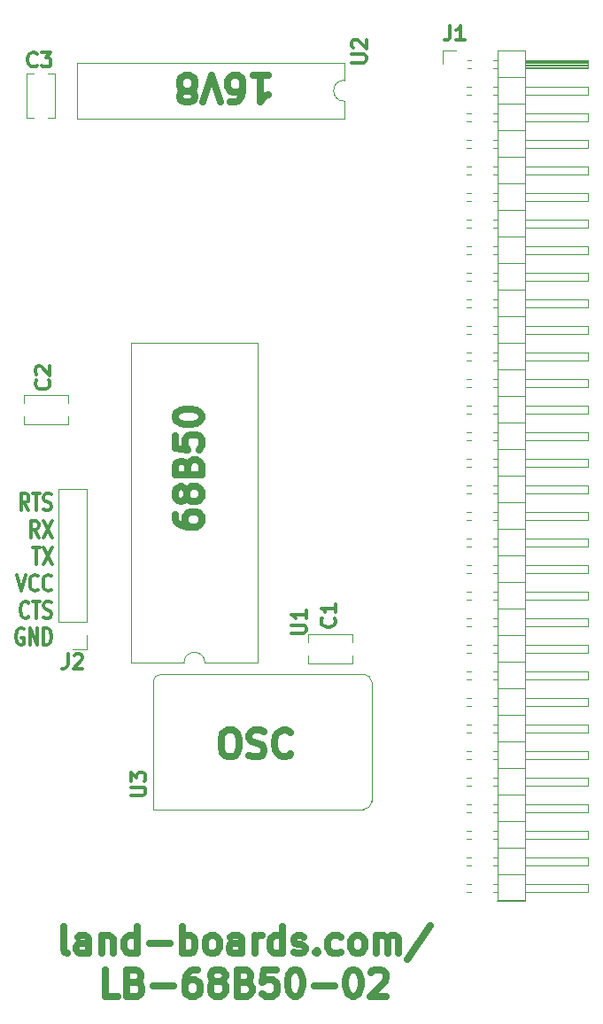
<source format=gto>
G04 #@! TF.GenerationSoftware,KiCad,Pcbnew,(7.0.0)*
G04 #@! TF.CreationDate,2024-08-24T19:47:55-04:00*
G04 #@! TF.ProjectId,LB-68B50-02,4c422d36-3842-4353-902d-30322e6b6963,1*
G04 #@! TF.SameCoordinates,Original*
G04 #@! TF.FileFunction,Legend,Top*
G04 #@! TF.FilePolarity,Positive*
%FSLAX46Y46*%
G04 Gerber Fmt 4.6, Leading zero omitted, Abs format (unit mm)*
G04 Created by KiCad (PCBNEW (7.0.0)) date 2024-08-24 19:47:55*
%MOMM*%
%LPD*%
G01*
G04 APERTURE LIST*
%ADD10C,0.635000*%
%ADD11C,0.300000*%
%ADD12C,0.349250*%
%ADD13C,0.120000*%
%ADD14C,0.150000*%
G04 APERTURE END LIST*
D10*
X155545971Y-118255747D02*
X156029780Y-118255747D01*
X156029780Y-118255747D02*
X156271685Y-118376700D01*
X156271685Y-118376700D02*
X156513590Y-118618604D01*
X156513590Y-118618604D02*
X156634542Y-119102414D01*
X156634542Y-119102414D02*
X156634542Y-119949080D01*
X156634542Y-119949080D02*
X156513590Y-120432890D01*
X156513590Y-120432890D02*
X156271685Y-120674795D01*
X156271685Y-120674795D02*
X156029780Y-120795747D01*
X156029780Y-120795747D02*
X155545971Y-120795747D01*
X155545971Y-120795747D02*
X155304066Y-120674795D01*
X155304066Y-120674795D02*
X155062161Y-120432890D01*
X155062161Y-120432890D02*
X154941209Y-119949080D01*
X154941209Y-119949080D02*
X154941209Y-119102414D01*
X154941209Y-119102414D02*
X155062161Y-118618604D01*
X155062161Y-118618604D02*
X155304066Y-118376700D01*
X155304066Y-118376700D02*
X155545971Y-118255747D01*
X157602161Y-120674795D02*
X157965018Y-120795747D01*
X157965018Y-120795747D02*
X158569780Y-120795747D01*
X158569780Y-120795747D02*
X158811685Y-120674795D01*
X158811685Y-120674795D02*
X158932637Y-120553842D01*
X158932637Y-120553842D02*
X159053590Y-120311938D01*
X159053590Y-120311938D02*
X159053590Y-120070033D01*
X159053590Y-120070033D02*
X158932637Y-119828128D01*
X158932637Y-119828128D02*
X158811685Y-119707176D01*
X158811685Y-119707176D02*
X158569780Y-119586223D01*
X158569780Y-119586223D02*
X158085971Y-119465271D01*
X158085971Y-119465271D02*
X157844066Y-119344319D01*
X157844066Y-119344319D02*
X157723113Y-119223366D01*
X157723113Y-119223366D02*
X157602161Y-118981461D01*
X157602161Y-118981461D02*
X157602161Y-118739557D01*
X157602161Y-118739557D02*
X157723113Y-118497652D01*
X157723113Y-118497652D02*
X157844066Y-118376700D01*
X157844066Y-118376700D02*
X158085971Y-118255747D01*
X158085971Y-118255747D02*
X158690732Y-118255747D01*
X158690732Y-118255747D02*
X159053590Y-118376700D01*
X161593590Y-120553842D02*
X161472638Y-120674795D01*
X161472638Y-120674795D02*
X161109780Y-120795747D01*
X161109780Y-120795747D02*
X160867876Y-120795747D01*
X160867876Y-120795747D02*
X160505019Y-120674795D01*
X160505019Y-120674795D02*
X160263114Y-120432890D01*
X160263114Y-120432890D02*
X160142161Y-120190985D01*
X160142161Y-120190985D02*
X160021209Y-119707176D01*
X160021209Y-119707176D02*
X160021209Y-119344319D01*
X160021209Y-119344319D02*
X160142161Y-118860509D01*
X160142161Y-118860509D02*
X160263114Y-118618604D01*
X160263114Y-118618604D02*
X160505019Y-118376700D01*
X160505019Y-118376700D02*
X160867876Y-118255747D01*
X160867876Y-118255747D02*
X161109780Y-118255747D01*
X161109780Y-118255747D02*
X161472638Y-118376700D01*
X161472638Y-118376700D02*
X161593590Y-118497652D01*
X150539147Y-97632762D02*
X150539147Y-98116572D01*
X150539147Y-98116572D02*
X150660100Y-98358476D01*
X150660100Y-98358476D02*
X150781052Y-98479429D01*
X150781052Y-98479429D02*
X151143909Y-98721334D01*
X151143909Y-98721334D02*
X151627719Y-98842286D01*
X151627719Y-98842286D02*
X152595338Y-98842286D01*
X152595338Y-98842286D02*
X152837242Y-98721334D01*
X152837242Y-98721334D02*
X152958195Y-98600381D01*
X152958195Y-98600381D02*
X153079147Y-98358476D01*
X153079147Y-98358476D02*
X153079147Y-97874667D01*
X153079147Y-97874667D02*
X152958195Y-97632762D01*
X152958195Y-97632762D02*
X152837242Y-97511810D01*
X152837242Y-97511810D02*
X152595338Y-97390857D01*
X152595338Y-97390857D02*
X151990576Y-97390857D01*
X151990576Y-97390857D02*
X151748671Y-97511810D01*
X151748671Y-97511810D02*
X151627719Y-97632762D01*
X151627719Y-97632762D02*
X151506766Y-97874667D01*
X151506766Y-97874667D02*
X151506766Y-98358476D01*
X151506766Y-98358476D02*
X151627719Y-98600381D01*
X151627719Y-98600381D02*
X151748671Y-98721334D01*
X151748671Y-98721334D02*
X151990576Y-98842286D01*
X151627719Y-95939428D02*
X151506766Y-96181333D01*
X151506766Y-96181333D02*
X151385814Y-96302286D01*
X151385814Y-96302286D02*
X151143909Y-96423238D01*
X151143909Y-96423238D02*
X151022957Y-96423238D01*
X151022957Y-96423238D02*
X150781052Y-96302286D01*
X150781052Y-96302286D02*
X150660100Y-96181333D01*
X150660100Y-96181333D02*
X150539147Y-95939428D01*
X150539147Y-95939428D02*
X150539147Y-95455619D01*
X150539147Y-95455619D02*
X150660100Y-95213714D01*
X150660100Y-95213714D02*
X150781052Y-95092762D01*
X150781052Y-95092762D02*
X151022957Y-94971809D01*
X151022957Y-94971809D02*
X151143909Y-94971809D01*
X151143909Y-94971809D02*
X151385814Y-95092762D01*
X151385814Y-95092762D02*
X151506766Y-95213714D01*
X151506766Y-95213714D02*
X151627719Y-95455619D01*
X151627719Y-95455619D02*
X151627719Y-95939428D01*
X151627719Y-95939428D02*
X151748671Y-96181333D01*
X151748671Y-96181333D02*
X151869623Y-96302286D01*
X151869623Y-96302286D02*
X152111528Y-96423238D01*
X152111528Y-96423238D02*
X152595338Y-96423238D01*
X152595338Y-96423238D02*
X152837242Y-96302286D01*
X152837242Y-96302286D02*
X152958195Y-96181333D01*
X152958195Y-96181333D02*
X153079147Y-95939428D01*
X153079147Y-95939428D02*
X153079147Y-95455619D01*
X153079147Y-95455619D02*
X152958195Y-95213714D01*
X152958195Y-95213714D02*
X152837242Y-95092762D01*
X152837242Y-95092762D02*
X152595338Y-94971809D01*
X152595338Y-94971809D02*
X152111528Y-94971809D01*
X152111528Y-94971809D02*
X151869623Y-95092762D01*
X151869623Y-95092762D02*
X151748671Y-95213714D01*
X151748671Y-95213714D02*
X151627719Y-95455619D01*
X151748671Y-93036571D02*
X151869623Y-92673714D01*
X151869623Y-92673714D02*
X151990576Y-92552761D01*
X151990576Y-92552761D02*
X152232480Y-92431809D01*
X152232480Y-92431809D02*
X152595338Y-92431809D01*
X152595338Y-92431809D02*
X152837242Y-92552761D01*
X152837242Y-92552761D02*
X152958195Y-92673714D01*
X152958195Y-92673714D02*
X153079147Y-92915619D01*
X153079147Y-92915619D02*
X153079147Y-93883238D01*
X153079147Y-93883238D02*
X150539147Y-93883238D01*
X150539147Y-93883238D02*
X150539147Y-93036571D01*
X150539147Y-93036571D02*
X150660100Y-92794666D01*
X150660100Y-92794666D02*
X150781052Y-92673714D01*
X150781052Y-92673714D02*
X151022957Y-92552761D01*
X151022957Y-92552761D02*
X151264861Y-92552761D01*
X151264861Y-92552761D02*
X151506766Y-92673714D01*
X151506766Y-92673714D02*
X151627719Y-92794666D01*
X151627719Y-92794666D02*
X151748671Y-93036571D01*
X151748671Y-93036571D02*
X151748671Y-93883238D01*
X150539147Y-90133714D02*
X150539147Y-91343238D01*
X150539147Y-91343238D02*
X151748671Y-91464190D01*
X151748671Y-91464190D02*
X151627719Y-91343238D01*
X151627719Y-91343238D02*
X151506766Y-91101333D01*
X151506766Y-91101333D02*
X151506766Y-90496571D01*
X151506766Y-90496571D02*
X151627719Y-90254666D01*
X151627719Y-90254666D02*
X151748671Y-90133714D01*
X151748671Y-90133714D02*
X151990576Y-90012761D01*
X151990576Y-90012761D02*
X152595338Y-90012761D01*
X152595338Y-90012761D02*
X152837242Y-90133714D01*
X152837242Y-90133714D02*
X152958195Y-90254666D01*
X152958195Y-90254666D02*
X153079147Y-90496571D01*
X153079147Y-90496571D02*
X153079147Y-91101333D01*
X153079147Y-91101333D02*
X152958195Y-91343238D01*
X152958195Y-91343238D02*
X152837242Y-91464190D01*
X150539147Y-88440380D02*
X150539147Y-88198475D01*
X150539147Y-88198475D02*
X150660100Y-87956571D01*
X150660100Y-87956571D02*
X150781052Y-87835618D01*
X150781052Y-87835618D02*
X151022957Y-87714666D01*
X151022957Y-87714666D02*
X151506766Y-87593713D01*
X151506766Y-87593713D02*
X152111528Y-87593713D01*
X152111528Y-87593713D02*
X152595338Y-87714666D01*
X152595338Y-87714666D02*
X152837242Y-87835618D01*
X152837242Y-87835618D02*
X152958195Y-87956571D01*
X152958195Y-87956571D02*
X153079147Y-88198475D01*
X153079147Y-88198475D02*
X153079147Y-88440380D01*
X153079147Y-88440380D02*
X152958195Y-88682285D01*
X152958195Y-88682285D02*
X152837242Y-88803237D01*
X152837242Y-88803237D02*
X152595338Y-88924190D01*
X152595338Y-88924190D02*
X152111528Y-89045142D01*
X152111528Y-89045142D02*
X151506766Y-89045142D01*
X151506766Y-89045142D02*
X151022957Y-88924190D01*
X151022957Y-88924190D02*
X150781052Y-88803237D01*
X150781052Y-88803237D02*
X150660100Y-88682285D01*
X150660100Y-88682285D02*
X150539147Y-88440380D01*
X140232192Y-139591747D02*
X139990287Y-139470795D01*
X139990287Y-139470795D02*
X139869334Y-139228890D01*
X139869334Y-139228890D02*
X139869334Y-137051747D01*
X142288382Y-139591747D02*
X142288382Y-138261271D01*
X142288382Y-138261271D02*
X142167429Y-138019366D01*
X142167429Y-138019366D02*
X141925525Y-137898414D01*
X141925525Y-137898414D02*
X141441715Y-137898414D01*
X141441715Y-137898414D02*
X141199810Y-138019366D01*
X142288382Y-139470795D02*
X142046477Y-139591747D01*
X142046477Y-139591747D02*
X141441715Y-139591747D01*
X141441715Y-139591747D02*
X141199810Y-139470795D01*
X141199810Y-139470795D02*
X141078858Y-139228890D01*
X141078858Y-139228890D02*
X141078858Y-138986985D01*
X141078858Y-138986985D02*
X141199810Y-138745080D01*
X141199810Y-138745080D02*
X141441715Y-138624128D01*
X141441715Y-138624128D02*
X142046477Y-138624128D01*
X142046477Y-138624128D02*
X142288382Y-138503176D01*
X143497905Y-137898414D02*
X143497905Y-139591747D01*
X143497905Y-138140319D02*
X143618858Y-138019366D01*
X143618858Y-138019366D02*
X143860763Y-137898414D01*
X143860763Y-137898414D02*
X144223620Y-137898414D01*
X144223620Y-137898414D02*
X144465524Y-138019366D01*
X144465524Y-138019366D02*
X144586477Y-138261271D01*
X144586477Y-138261271D02*
X144586477Y-139591747D01*
X146884572Y-139591747D02*
X146884572Y-137051747D01*
X146884572Y-139470795D02*
X146642667Y-139591747D01*
X146642667Y-139591747D02*
X146158858Y-139591747D01*
X146158858Y-139591747D02*
X145916953Y-139470795D01*
X145916953Y-139470795D02*
X145796000Y-139349842D01*
X145796000Y-139349842D02*
X145675048Y-139107938D01*
X145675048Y-139107938D02*
X145675048Y-138382223D01*
X145675048Y-138382223D02*
X145796000Y-138140319D01*
X145796000Y-138140319D02*
X145916953Y-138019366D01*
X145916953Y-138019366D02*
X146158858Y-137898414D01*
X146158858Y-137898414D02*
X146642667Y-137898414D01*
X146642667Y-137898414D02*
X146884572Y-138019366D01*
X148094095Y-138624128D02*
X150029334Y-138624128D01*
X151238857Y-139591747D02*
X151238857Y-137051747D01*
X151238857Y-138019366D02*
X151480762Y-137898414D01*
X151480762Y-137898414D02*
X151964572Y-137898414D01*
X151964572Y-137898414D02*
X152206476Y-138019366D01*
X152206476Y-138019366D02*
X152327429Y-138140319D01*
X152327429Y-138140319D02*
X152448381Y-138382223D01*
X152448381Y-138382223D02*
X152448381Y-139107938D01*
X152448381Y-139107938D02*
X152327429Y-139349842D01*
X152327429Y-139349842D02*
X152206476Y-139470795D01*
X152206476Y-139470795D02*
X151964572Y-139591747D01*
X151964572Y-139591747D02*
X151480762Y-139591747D01*
X151480762Y-139591747D02*
X151238857Y-139470795D01*
X153899810Y-139591747D02*
X153657905Y-139470795D01*
X153657905Y-139470795D02*
X153536952Y-139349842D01*
X153536952Y-139349842D02*
X153416000Y-139107938D01*
X153416000Y-139107938D02*
X153416000Y-138382223D01*
X153416000Y-138382223D02*
X153536952Y-138140319D01*
X153536952Y-138140319D02*
X153657905Y-138019366D01*
X153657905Y-138019366D02*
X153899810Y-137898414D01*
X153899810Y-137898414D02*
X154262667Y-137898414D01*
X154262667Y-137898414D02*
X154504571Y-138019366D01*
X154504571Y-138019366D02*
X154625524Y-138140319D01*
X154625524Y-138140319D02*
X154746476Y-138382223D01*
X154746476Y-138382223D02*
X154746476Y-139107938D01*
X154746476Y-139107938D02*
X154625524Y-139349842D01*
X154625524Y-139349842D02*
X154504571Y-139470795D01*
X154504571Y-139470795D02*
X154262667Y-139591747D01*
X154262667Y-139591747D02*
X153899810Y-139591747D01*
X156923619Y-139591747D02*
X156923619Y-138261271D01*
X156923619Y-138261271D02*
X156802666Y-138019366D01*
X156802666Y-138019366D02*
X156560762Y-137898414D01*
X156560762Y-137898414D02*
X156076952Y-137898414D01*
X156076952Y-137898414D02*
X155835047Y-138019366D01*
X156923619Y-139470795D02*
X156681714Y-139591747D01*
X156681714Y-139591747D02*
X156076952Y-139591747D01*
X156076952Y-139591747D02*
X155835047Y-139470795D01*
X155835047Y-139470795D02*
X155714095Y-139228890D01*
X155714095Y-139228890D02*
X155714095Y-138986985D01*
X155714095Y-138986985D02*
X155835047Y-138745080D01*
X155835047Y-138745080D02*
X156076952Y-138624128D01*
X156076952Y-138624128D02*
X156681714Y-138624128D01*
X156681714Y-138624128D02*
X156923619Y-138503176D01*
X158133142Y-139591747D02*
X158133142Y-137898414D01*
X158133142Y-138382223D02*
X158254095Y-138140319D01*
X158254095Y-138140319D02*
X158375047Y-138019366D01*
X158375047Y-138019366D02*
X158616952Y-137898414D01*
X158616952Y-137898414D02*
X158858857Y-137898414D01*
X160794095Y-139591747D02*
X160794095Y-137051747D01*
X160794095Y-139470795D02*
X160552190Y-139591747D01*
X160552190Y-139591747D02*
X160068381Y-139591747D01*
X160068381Y-139591747D02*
X159826476Y-139470795D01*
X159826476Y-139470795D02*
X159705523Y-139349842D01*
X159705523Y-139349842D02*
X159584571Y-139107938D01*
X159584571Y-139107938D02*
X159584571Y-138382223D01*
X159584571Y-138382223D02*
X159705523Y-138140319D01*
X159705523Y-138140319D02*
X159826476Y-138019366D01*
X159826476Y-138019366D02*
X160068381Y-137898414D01*
X160068381Y-137898414D02*
X160552190Y-137898414D01*
X160552190Y-137898414D02*
X160794095Y-138019366D01*
X161882666Y-139470795D02*
X162124571Y-139591747D01*
X162124571Y-139591747D02*
X162608380Y-139591747D01*
X162608380Y-139591747D02*
X162850285Y-139470795D01*
X162850285Y-139470795D02*
X162971237Y-139228890D01*
X162971237Y-139228890D02*
X162971237Y-139107938D01*
X162971237Y-139107938D02*
X162850285Y-138866033D01*
X162850285Y-138866033D02*
X162608380Y-138745080D01*
X162608380Y-138745080D02*
X162245523Y-138745080D01*
X162245523Y-138745080D02*
X162003618Y-138624128D01*
X162003618Y-138624128D02*
X161882666Y-138382223D01*
X161882666Y-138382223D02*
X161882666Y-138261271D01*
X161882666Y-138261271D02*
X162003618Y-138019366D01*
X162003618Y-138019366D02*
X162245523Y-137898414D01*
X162245523Y-137898414D02*
X162608380Y-137898414D01*
X162608380Y-137898414D02*
X162850285Y-138019366D01*
X164059808Y-139349842D02*
X164180761Y-139470795D01*
X164180761Y-139470795D02*
X164059808Y-139591747D01*
X164059808Y-139591747D02*
X163938856Y-139470795D01*
X163938856Y-139470795D02*
X164059808Y-139349842D01*
X164059808Y-139349842D02*
X164059808Y-139591747D01*
X166357904Y-139470795D02*
X166115999Y-139591747D01*
X166115999Y-139591747D02*
X165632190Y-139591747D01*
X165632190Y-139591747D02*
X165390285Y-139470795D01*
X165390285Y-139470795D02*
X165269332Y-139349842D01*
X165269332Y-139349842D02*
X165148380Y-139107938D01*
X165148380Y-139107938D02*
X165148380Y-138382223D01*
X165148380Y-138382223D02*
X165269332Y-138140319D01*
X165269332Y-138140319D02*
X165390285Y-138019366D01*
X165390285Y-138019366D02*
X165632190Y-137898414D01*
X165632190Y-137898414D02*
X166115999Y-137898414D01*
X166115999Y-137898414D02*
X166357904Y-138019366D01*
X167809333Y-139591747D02*
X167567428Y-139470795D01*
X167567428Y-139470795D02*
X167446475Y-139349842D01*
X167446475Y-139349842D02*
X167325523Y-139107938D01*
X167325523Y-139107938D02*
X167325523Y-138382223D01*
X167325523Y-138382223D02*
X167446475Y-138140319D01*
X167446475Y-138140319D02*
X167567428Y-138019366D01*
X167567428Y-138019366D02*
X167809333Y-137898414D01*
X167809333Y-137898414D02*
X168172190Y-137898414D01*
X168172190Y-137898414D02*
X168414094Y-138019366D01*
X168414094Y-138019366D02*
X168535047Y-138140319D01*
X168535047Y-138140319D02*
X168655999Y-138382223D01*
X168655999Y-138382223D02*
X168655999Y-139107938D01*
X168655999Y-139107938D02*
X168535047Y-139349842D01*
X168535047Y-139349842D02*
X168414094Y-139470795D01*
X168414094Y-139470795D02*
X168172190Y-139591747D01*
X168172190Y-139591747D02*
X167809333Y-139591747D01*
X169744570Y-139591747D02*
X169744570Y-137898414D01*
X169744570Y-138140319D02*
X169865523Y-138019366D01*
X169865523Y-138019366D02*
X170107428Y-137898414D01*
X170107428Y-137898414D02*
X170470285Y-137898414D01*
X170470285Y-137898414D02*
X170712189Y-138019366D01*
X170712189Y-138019366D02*
X170833142Y-138261271D01*
X170833142Y-138261271D02*
X170833142Y-139591747D01*
X170833142Y-138261271D02*
X170954094Y-138019366D01*
X170954094Y-138019366D02*
X171195999Y-137898414D01*
X171195999Y-137898414D02*
X171558856Y-137898414D01*
X171558856Y-137898414D02*
X171800761Y-138019366D01*
X171800761Y-138019366D02*
X171921713Y-138261271D01*
X171921713Y-138261271D02*
X171921713Y-139591747D01*
X174945523Y-136930795D02*
X172768380Y-140196509D01*
X145070284Y-143706547D02*
X143860760Y-143706547D01*
X143860760Y-143706547D02*
X143860760Y-141166547D01*
X146763617Y-142376071D02*
X147126474Y-142497023D01*
X147126474Y-142497023D02*
X147247427Y-142617976D01*
X147247427Y-142617976D02*
X147368379Y-142859880D01*
X147368379Y-142859880D02*
X147368379Y-143222738D01*
X147368379Y-143222738D02*
X147247427Y-143464642D01*
X147247427Y-143464642D02*
X147126474Y-143585595D01*
X147126474Y-143585595D02*
X146884569Y-143706547D01*
X146884569Y-143706547D02*
X145916950Y-143706547D01*
X145916950Y-143706547D02*
X145916950Y-141166547D01*
X145916950Y-141166547D02*
X146763617Y-141166547D01*
X146763617Y-141166547D02*
X147005522Y-141287500D01*
X147005522Y-141287500D02*
X147126474Y-141408452D01*
X147126474Y-141408452D02*
X147247427Y-141650357D01*
X147247427Y-141650357D02*
X147247427Y-141892261D01*
X147247427Y-141892261D02*
X147126474Y-142134166D01*
X147126474Y-142134166D02*
X147005522Y-142255119D01*
X147005522Y-142255119D02*
X146763617Y-142376071D01*
X146763617Y-142376071D02*
X145916950Y-142376071D01*
X148456950Y-142738928D02*
X150392189Y-142738928D01*
X152690284Y-141166547D02*
X152206474Y-141166547D01*
X152206474Y-141166547D02*
X151964570Y-141287500D01*
X151964570Y-141287500D02*
X151843617Y-141408452D01*
X151843617Y-141408452D02*
X151601712Y-141771309D01*
X151601712Y-141771309D02*
X151480760Y-142255119D01*
X151480760Y-142255119D02*
X151480760Y-143222738D01*
X151480760Y-143222738D02*
X151601712Y-143464642D01*
X151601712Y-143464642D02*
X151722665Y-143585595D01*
X151722665Y-143585595D02*
X151964570Y-143706547D01*
X151964570Y-143706547D02*
X152448379Y-143706547D01*
X152448379Y-143706547D02*
X152690284Y-143585595D01*
X152690284Y-143585595D02*
X152811236Y-143464642D01*
X152811236Y-143464642D02*
X152932189Y-143222738D01*
X152932189Y-143222738D02*
X152932189Y-142617976D01*
X152932189Y-142617976D02*
X152811236Y-142376071D01*
X152811236Y-142376071D02*
X152690284Y-142255119D01*
X152690284Y-142255119D02*
X152448379Y-142134166D01*
X152448379Y-142134166D02*
X151964570Y-142134166D01*
X151964570Y-142134166D02*
X151722665Y-142255119D01*
X151722665Y-142255119D02*
X151601712Y-142376071D01*
X151601712Y-142376071D02*
X151480760Y-142617976D01*
X154383618Y-142255119D02*
X154141713Y-142134166D01*
X154141713Y-142134166D02*
X154020760Y-142013214D01*
X154020760Y-142013214D02*
X153899808Y-141771309D01*
X153899808Y-141771309D02*
X153899808Y-141650357D01*
X153899808Y-141650357D02*
X154020760Y-141408452D01*
X154020760Y-141408452D02*
X154141713Y-141287500D01*
X154141713Y-141287500D02*
X154383618Y-141166547D01*
X154383618Y-141166547D02*
X154867427Y-141166547D01*
X154867427Y-141166547D02*
X155109332Y-141287500D01*
X155109332Y-141287500D02*
X155230284Y-141408452D01*
X155230284Y-141408452D02*
X155351237Y-141650357D01*
X155351237Y-141650357D02*
X155351237Y-141771309D01*
X155351237Y-141771309D02*
X155230284Y-142013214D01*
X155230284Y-142013214D02*
X155109332Y-142134166D01*
X155109332Y-142134166D02*
X154867427Y-142255119D01*
X154867427Y-142255119D02*
X154383618Y-142255119D01*
X154383618Y-142255119D02*
X154141713Y-142376071D01*
X154141713Y-142376071D02*
X154020760Y-142497023D01*
X154020760Y-142497023D02*
X153899808Y-142738928D01*
X153899808Y-142738928D02*
X153899808Y-143222738D01*
X153899808Y-143222738D02*
X154020760Y-143464642D01*
X154020760Y-143464642D02*
X154141713Y-143585595D01*
X154141713Y-143585595D02*
X154383618Y-143706547D01*
X154383618Y-143706547D02*
X154867427Y-143706547D01*
X154867427Y-143706547D02*
X155109332Y-143585595D01*
X155109332Y-143585595D02*
X155230284Y-143464642D01*
X155230284Y-143464642D02*
X155351237Y-143222738D01*
X155351237Y-143222738D02*
X155351237Y-142738928D01*
X155351237Y-142738928D02*
X155230284Y-142497023D01*
X155230284Y-142497023D02*
X155109332Y-142376071D01*
X155109332Y-142376071D02*
X154867427Y-142255119D01*
X157286475Y-142376071D02*
X157649332Y-142497023D01*
X157649332Y-142497023D02*
X157770285Y-142617976D01*
X157770285Y-142617976D02*
X157891237Y-142859880D01*
X157891237Y-142859880D02*
X157891237Y-143222738D01*
X157891237Y-143222738D02*
X157770285Y-143464642D01*
X157770285Y-143464642D02*
X157649332Y-143585595D01*
X157649332Y-143585595D02*
X157407427Y-143706547D01*
X157407427Y-143706547D02*
X156439808Y-143706547D01*
X156439808Y-143706547D02*
X156439808Y-141166547D01*
X156439808Y-141166547D02*
X157286475Y-141166547D01*
X157286475Y-141166547D02*
X157528380Y-141287500D01*
X157528380Y-141287500D02*
X157649332Y-141408452D01*
X157649332Y-141408452D02*
X157770285Y-141650357D01*
X157770285Y-141650357D02*
X157770285Y-141892261D01*
X157770285Y-141892261D02*
X157649332Y-142134166D01*
X157649332Y-142134166D02*
X157528380Y-142255119D01*
X157528380Y-142255119D02*
X157286475Y-142376071D01*
X157286475Y-142376071D02*
X156439808Y-142376071D01*
X160189332Y-141166547D02*
X158979808Y-141166547D01*
X158979808Y-141166547D02*
X158858856Y-142376071D01*
X158858856Y-142376071D02*
X158979808Y-142255119D01*
X158979808Y-142255119D02*
X159221713Y-142134166D01*
X159221713Y-142134166D02*
X159826475Y-142134166D01*
X159826475Y-142134166D02*
X160068380Y-142255119D01*
X160068380Y-142255119D02*
X160189332Y-142376071D01*
X160189332Y-142376071D02*
X160310285Y-142617976D01*
X160310285Y-142617976D02*
X160310285Y-143222738D01*
X160310285Y-143222738D02*
X160189332Y-143464642D01*
X160189332Y-143464642D02*
X160068380Y-143585595D01*
X160068380Y-143585595D02*
X159826475Y-143706547D01*
X159826475Y-143706547D02*
X159221713Y-143706547D01*
X159221713Y-143706547D02*
X158979808Y-143585595D01*
X158979808Y-143585595D02*
X158858856Y-143464642D01*
X161882666Y-141166547D02*
X162124571Y-141166547D01*
X162124571Y-141166547D02*
X162366475Y-141287500D01*
X162366475Y-141287500D02*
X162487428Y-141408452D01*
X162487428Y-141408452D02*
X162608380Y-141650357D01*
X162608380Y-141650357D02*
X162729333Y-142134166D01*
X162729333Y-142134166D02*
X162729333Y-142738928D01*
X162729333Y-142738928D02*
X162608380Y-143222738D01*
X162608380Y-143222738D02*
X162487428Y-143464642D01*
X162487428Y-143464642D02*
X162366475Y-143585595D01*
X162366475Y-143585595D02*
X162124571Y-143706547D01*
X162124571Y-143706547D02*
X161882666Y-143706547D01*
X161882666Y-143706547D02*
X161640761Y-143585595D01*
X161640761Y-143585595D02*
X161519809Y-143464642D01*
X161519809Y-143464642D02*
X161398856Y-143222738D01*
X161398856Y-143222738D02*
X161277904Y-142738928D01*
X161277904Y-142738928D02*
X161277904Y-142134166D01*
X161277904Y-142134166D02*
X161398856Y-141650357D01*
X161398856Y-141650357D02*
X161519809Y-141408452D01*
X161519809Y-141408452D02*
X161640761Y-141287500D01*
X161640761Y-141287500D02*
X161882666Y-141166547D01*
X163817904Y-142738928D02*
X165753143Y-142738928D01*
X167446476Y-141166547D02*
X167688381Y-141166547D01*
X167688381Y-141166547D02*
X167930285Y-141287500D01*
X167930285Y-141287500D02*
X168051238Y-141408452D01*
X168051238Y-141408452D02*
X168172190Y-141650357D01*
X168172190Y-141650357D02*
X168293143Y-142134166D01*
X168293143Y-142134166D02*
X168293143Y-142738928D01*
X168293143Y-142738928D02*
X168172190Y-143222738D01*
X168172190Y-143222738D02*
X168051238Y-143464642D01*
X168051238Y-143464642D02*
X167930285Y-143585595D01*
X167930285Y-143585595D02*
X167688381Y-143706547D01*
X167688381Y-143706547D02*
X167446476Y-143706547D01*
X167446476Y-143706547D02*
X167204571Y-143585595D01*
X167204571Y-143585595D02*
X167083619Y-143464642D01*
X167083619Y-143464642D02*
X166962666Y-143222738D01*
X166962666Y-143222738D02*
X166841714Y-142738928D01*
X166841714Y-142738928D02*
X166841714Y-142134166D01*
X166841714Y-142134166D02*
X166962666Y-141650357D01*
X166962666Y-141650357D02*
X167083619Y-141408452D01*
X167083619Y-141408452D02*
X167204571Y-141287500D01*
X167204571Y-141287500D02*
X167446476Y-141166547D01*
X169260762Y-141408452D02*
X169381714Y-141287500D01*
X169381714Y-141287500D02*
X169623619Y-141166547D01*
X169623619Y-141166547D02*
X170228381Y-141166547D01*
X170228381Y-141166547D02*
X170470286Y-141287500D01*
X170470286Y-141287500D02*
X170591238Y-141408452D01*
X170591238Y-141408452D02*
X170712191Y-141650357D01*
X170712191Y-141650357D02*
X170712191Y-141892261D01*
X170712191Y-141892261D02*
X170591238Y-142255119D01*
X170591238Y-142255119D02*
X169139810Y-143706547D01*
X169139810Y-143706547D02*
X170712191Y-143706547D01*
D11*
X136518952Y-97269904D02*
X136095618Y-96513952D01*
X135793237Y-97269904D02*
X135793237Y-95682404D01*
X135793237Y-95682404D02*
X136277047Y-95682404D01*
X136277047Y-95682404D02*
X136397999Y-95758000D01*
X136397999Y-95758000D02*
X136458476Y-95833595D01*
X136458476Y-95833595D02*
X136518952Y-95984785D01*
X136518952Y-95984785D02*
X136518952Y-96211571D01*
X136518952Y-96211571D02*
X136458476Y-96362761D01*
X136458476Y-96362761D02*
X136397999Y-96438357D01*
X136397999Y-96438357D02*
X136277047Y-96513952D01*
X136277047Y-96513952D02*
X135793237Y-96513952D01*
X136881809Y-95682404D02*
X137607523Y-95682404D01*
X137244666Y-97269904D02*
X137244666Y-95682404D01*
X137970380Y-97194309D02*
X138151809Y-97269904D01*
X138151809Y-97269904D02*
X138454190Y-97269904D01*
X138454190Y-97269904D02*
X138575142Y-97194309D01*
X138575142Y-97194309D02*
X138635618Y-97118714D01*
X138635618Y-97118714D02*
X138696095Y-96967523D01*
X138696095Y-96967523D02*
X138696095Y-96816333D01*
X138696095Y-96816333D02*
X138635618Y-96665142D01*
X138635618Y-96665142D02*
X138575142Y-96589547D01*
X138575142Y-96589547D02*
X138454190Y-96513952D01*
X138454190Y-96513952D02*
X138212285Y-96438357D01*
X138212285Y-96438357D02*
X138091333Y-96362761D01*
X138091333Y-96362761D02*
X138030856Y-96287166D01*
X138030856Y-96287166D02*
X137970380Y-96135976D01*
X137970380Y-96135976D02*
X137970380Y-95984785D01*
X137970380Y-95984785D02*
X138030856Y-95833595D01*
X138030856Y-95833595D02*
X138091333Y-95758000D01*
X138091333Y-95758000D02*
X138212285Y-95682404D01*
X138212285Y-95682404D02*
X138514666Y-95682404D01*
X138514666Y-95682404D02*
X138696095Y-95758000D01*
X137486571Y-99841654D02*
X137063237Y-99085702D01*
X136760856Y-99841654D02*
X136760856Y-98254154D01*
X136760856Y-98254154D02*
X137244666Y-98254154D01*
X137244666Y-98254154D02*
X137365618Y-98329750D01*
X137365618Y-98329750D02*
X137426095Y-98405345D01*
X137426095Y-98405345D02*
X137486571Y-98556535D01*
X137486571Y-98556535D02*
X137486571Y-98783321D01*
X137486571Y-98783321D02*
X137426095Y-98934511D01*
X137426095Y-98934511D02*
X137365618Y-99010107D01*
X137365618Y-99010107D02*
X137244666Y-99085702D01*
X137244666Y-99085702D02*
X136760856Y-99085702D01*
X137909904Y-98254154D02*
X138756571Y-99841654D01*
X138756571Y-98254154D02*
X137909904Y-99841654D01*
X136881809Y-100825904D02*
X137607523Y-100825904D01*
X137244666Y-102413404D02*
X137244666Y-100825904D01*
X137909904Y-100825904D02*
X138756571Y-102413404D01*
X138756571Y-100825904D02*
X137909904Y-102413404D01*
X135430381Y-103397654D02*
X135853714Y-104985154D01*
X135853714Y-104985154D02*
X136277048Y-103397654D01*
X137426095Y-104833964D02*
X137365619Y-104909559D01*
X137365619Y-104909559D02*
X137184190Y-104985154D01*
X137184190Y-104985154D02*
X137063238Y-104985154D01*
X137063238Y-104985154D02*
X136881809Y-104909559D01*
X136881809Y-104909559D02*
X136760857Y-104758369D01*
X136760857Y-104758369D02*
X136700380Y-104607178D01*
X136700380Y-104607178D02*
X136639904Y-104304797D01*
X136639904Y-104304797D02*
X136639904Y-104078011D01*
X136639904Y-104078011D02*
X136700380Y-103775630D01*
X136700380Y-103775630D02*
X136760857Y-103624440D01*
X136760857Y-103624440D02*
X136881809Y-103473250D01*
X136881809Y-103473250D02*
X137063238Y-103397654D01*
X137063238Y-103397654D02*
X137184190Y-103397654D01*
X137184190Y-103397654D02*
X137365619Y-103473250D01*
X137365619Y-103473250D02*
X137426095Y-103548845D01*
X138696095Y-104833964D02*
X138635619Y-104909559D01*
X138635619Y-104909559D02*
X138454190Y-104985154D01*
X138454190Y-104985154D02*
X138333238Y-104985154D01*
X138333238Y-104985154D02*
X138151809Y-104909559D01*
X138151809Y-104909559D02*
X138030857Y-104758369D01*
X138030857Y-104758369D02*
X137970380Y-104607178D01*
X137970380Y-104607178D02*
X137909904Y-104304797D01*
X137909904Y-104304797D02*
X137909904Y-104078011D01*
X137909904Y-104078011D02*
X137970380Y-103775630D01*
X137970380Y-103775630D02*
X138030857Y-103624440D01*
X138030857Y-103624440D02*
X138151809Y-103473250D01*
X138151809Y-103473250D02*
X138333238Y-103397654D01*
X138333238Y-103397654D02*
X138454190Y-103397654D01*
X138454190Y-103397654D02*
X138635619Y-103473250D01*
X138635619Y-103473250D02*
X138696095Y-103548845D01*
X136518952Y-107405714D02*
X136458476Y-107481309D01*
X136458476Y-107481309D02*
X136277047Y-107556904D01*
X136277047Y-107556904D02*
X136156095Y-107556904D01*
X136156095Y-107556904D02*
X135974666Y-107481309D01*
X135974666Y-107481309D02*
X135853714Y-107330119D01*
X135853714Y-107330119D02*
X135793237Y-107178928D01*
X135793237Y-107178928D02*
X135732761Y-106876547D01*
X135732761Y-106876547D02*
X135732761Y-106649761D01*
X135732761Y-106649761D02*
X135793237Y-106347380D01*
X135793237Y-106347380D02*
X135853714Y-106196190D01*
X135853714Y-106196190D02*
X135974666Y-106045000D01*
X135974666Y-106045000D02*
X136156095Y-105969404D01*
X136156095Y-105969404D02*
X136277047Y-105969404D01*
X136277047Y-105969404D02*
X136458476Y-106045000D01*
X136458476Y-106045000D02*
X136518952Y-106120595D01*
X136881809Y-105969404D02*
X137607523Y-105969404D01*
X137244666Y-107556904D02*
X137244666Y-105969404D01*
X137970380Y-107481309D02*
X138151809Y-107556904D01*
X138151809Y-107556904D02*
X138454190Y-107556904D01*
X138454190Y-107556904D02*
X138575142Y-107481309D01*
X138575142Y-107481309D02*
X138635618Y-107405714D01*
X138635618Y-107405714D02*
X138696095Y-107254523D01*
X138696095Y-107254523D02*
X138696095Y-107103333D01*
X138696095Y-107103333D02*
X138635618Y-106952142D01*
X138635618Y-106952142D02*
X138575142Y-106876547D01*
X138575142Y-106876547D02*
X138454190Y-106800952D01*
X138454190Y-106800952D02*
X138212285Y-106725357D01*
X138212285Y-106725357D02*
X138091333Y-106649761D01*
X138091333Y-106649761D02*
X138030856Y-106574166D01*
X138030856Y-106574166D02*
X137970380Y-106422976D01*
X137970380Y-106422976D02*
X137970380Y-106271785D01*
X137970380Y-106271785D02*
X138030856Y-106120595D01*
X138030856Y-106120595D02*
X138091333Y-106045000D01*
X138091333Y-106045000D02*
X138212285Y-105969404D01*
X138212285Y-105969404D02*
X138514666Y-105969404D01*
X138514666Y-105969404D02*
X138696095Y-106045000D01*
X136035143Y-108616750D02*
X135914190Y-108541154D01*
X135914190Y-108541154D02*
X135732762Y-108541154D01*
X135732762Y-108541154D02*
X135551333Y-108616750D01*
X135551333Y-108616750D02*
X135430381Y-108767940D01*
X135430381Y-108767940D02*
X135369904Y-108919130D01*
X135369904Y-108919130D02*
X135309428Y-109221511D01*
X135309428Y-109221511D02*
X135309428Y-109448297D01*
X135309428Y-109448297D02*
X135369904Y-109750678D01*
X135369904Y-109750678D02*
X135430381Y-109901869D01*
X135430381Y-109901869D02*
X135551333Y-110053059D01*
X135551333Y-110053059D02*
X135732762Y-110128654D01*
X135732762Y-110128654D02*
X135853714Y-110128654D01*
X135853714Y-110128654D02*
X136035143Y-110053059D01*
X136035143Y-110053059D02*
X136095619Y-109977464D01*
X136095619Y-109977464D02*
X136095619Y-109448297D01*
X136095619Y-109448297D02*
X135853714Y-109448297D01*
X136639904Y-110128654D02*
X136639904Y-108541154D01*
X136639904Y-108541154D02*
X137365619Y-110128654D01*
X137365619Y-110128654D02*
X137365619Y-108541154D01*
X137970380Y-110128654D02*
X137970380Y-108541154D01*
X137970380Y-108541154D02*
X138272761Y-108541154D01*
X138272761Y-108541154D02*
X138454190Y-108616750D01*
X138454190Y-108616750D02*
X138575142Y-108767940D01*
X138575142Y-108767940D02*
X138635619Y-108919130D01*
X138635619Y-108919130D02*
X138696095Y-109221511D01*
X138696095Y-109221511D02*
X138696095Y-109448297D01*
X138696095Y-109448297D02*
X138635619Y-109750678D01*
X138635619Y-109750678D02*
X138575142Y-109901869D01*
X138575142Y-109901869D02*
X138454190Y-110053059D01*
X138454190Y-110053059D02*
X138272761Y-110128654D01*
X138272761Y-110128654D02*
X137970380Y-110128654D01*
D10*
X157975904Y-55708852D02*
X159427333Y-55708852D01*
X158701619Y-55708852D02*
X158701619Y-58248852D01*
X158701619Y-58248852D02*
X158943523Y-57885995D01*
X158943523Y-57885995D02*
X159185428Y-57644090D01*
X159185428Y-57644090D02*
X159427333Y-57523138D01*
X155798761Y-58248852D02*
X156282571Y-58248852D01*
X156282571Y-58248852D02*
X156524475Y-58127900D01*
X156524475Y-58127900D02*
X156645428Y-58006947D01*
X156645428Y-58006947D02*
X156887333Y-57644090D01*
X156887333Y-57644090D02*
X157008285Y-57160280D01*
X157008285Y-57160280D02*
X157008285Y-56192661D01*
X157008285Y-56192661D02*
X156887333Y-55950757D01*
X156887333Y-55950757D02*
X156766380Y-55829804D01*
X156766380Y-55829804D02*
X156524475Y-55708852D01*
X156524475Y-55708852D02*
X156040666Y-55708852D01*
X156040666Y-55708852D02*
X155798761Y-55829804D01*
X155798761Y-55829804D02*
X155677809Y-55950757D01*
X155677809Y-55950757D02*
X155556856Y-56192661D01*
X155556856Y-56192661D02*
X155556856Y-56797423D01*
X155556856Y-56797423D02*
X155677809Y-57039328D01*
X155677809Y-57039328D02*
X155798761Y-57160280D01*
X155798761Y-57160280D02*
X156040666Y-57281233D01*
X156040666Y-57281233D02*
X156524475Y-57281233D01*
X156524475Y-57281233D02*
X156766380Y-57160280D01*
X156766380Y-57160280D02*
X156887333Y-57039328D01*
X156887333Y-57039328D02*
X157008285Y-56797423D01*
X154831142Y-58248852D02*
X153984475Y-55708852D01*
X153984475Y-55708852D02*
X153137808Y-58248852D01*
X151928284Y-57160280D02*
X152170189Y-57281233D01*
X152170189Y-57281233D02*
X152291142Y-57402185D01*
X152291142Y-57402185D02*
X152412094Y-57644090D01*
X152412094Y-57644090D02*
X152412094Y-57765042D01*
X152412094Y-57765042D02*
X152291142Y-58006947D01*
X152291142Y-58006947D02*
X152170189Y-58127900D01*
X152170189Y-58127900D02*
X151928284Y-58248852D01*
X151928284Y-58248852D02*
X151444475Y-58248852D01*
X151444475Y-58248852D02*
X151202570Y-58127900D01*
X151202570Y-58127900D02*
X151081618Y-58006947D01*
X151081618Y-58006947D02*
X150960665Y-57765042D01*
X150960665Y-57765042D02*
X150960665Y-57644090D01*
X150960665Y-57644090D02*
X151081618Y-57402185D01*
X151081618Y-57402185D02*
X151202570Y-57281233D01*
X151202570Y-57281233D02*
X151444475Y-57160280D01*
X151444475Y-57160280D02*
X151928284Y-57160280D01*
X151928284Y-57160280D02*
X152170189Y-57039328D01*
X152170189Y-57039328D02*
X152291142Y-56918376D01*
X152291142Y-56918376D02*
X152412094Y-56676471D01*
X152412094Y-56676471D02*
X152412094Y-56192661D01*
X152412094Y-56192661D02*
X152291142Y-55950757D01*
X152291142Y-55950757D02*
X152170189Y-55829804D01*
X152170189Y-55829804D02*
X151928284Y-55708852D01*
X151928284Y-55708852D02*
X151444475Y-55708852D01*
X151444475Y-55708852D02*
X151202570Y-55829804D01*
X151202570Y-55829804D02*
X151081618Y-55950757D01*
X151081618Y-55950757D02*
X150960665Y-56192661D01*
X150960665Y-56192661D02*
X150960665Y-56676471D01*
X150960665Y-56676471D02*
X151081618Y-56918376D01*
X151081618Y-56918376D02*
X151202570Y-57039328D01*
X151202570Y-57039328D02*
X151444475Y-57160280D01*
D12*
X176826333Y-50932231D02*
X176826333Y-51930088D01*
X176826333Y-51930088D02*
X176759810Y-52129659D01*
X176759810Y-52129659D02*
X176626762Y-52262707D01*
X176626762Y-52262707D02*
X176427191Y-52329231D01*
X176427191Y-52329231D02*
X176294143Y-52329231D01*
X178223333Y-52329231D02*
X177425048Y-52329231D01*
X177824191Y-52329231D02*
X177824191Y-50932231D01*
X177824191Y-50932231D02*
X177691143Y-51131802D01*
X177691143Y-51131802D02*
X177558095Y-51264850D01*
X177558095Y-51264850D02*
X177425048Y-51331374D01*
X161676231Y-109014380D02*
X162807135Y-109014380D01*
X162807135Y-109014380D02*
X162940183Y-108947857D01*
X162940183Y-108947857D02*
X163006707Y-108881333D01*
X163006707Y-108881333D02*
X163073231Y-108748285D01*
X163073231Y-108748285D02*
X163073231Y-108482190D01*
X163073231Y-108482190D02*
X163006707Y-108349142D01*
X163006707Y-108349142D02*
X162940183Y-108282619D01*
X162940183Y-108282619D02*
X162807135Y-108216095D01*
X162807135Y-108216095D02*
X161676231Y-108216095D01*
X163073231Y-106819095D02*
X163073231Y-107617380D01*
X163073231Y-107218237D02*
X161676231Y-107218237D01*
X161676231Y-107218237D02*
X161875802Y-107351285D01*
X161875802Y-107351285D02*
X162008850Y-107484333D01*
X162008850Y-107484333D02*
X162075374Y-107617380D01*
X167416631Y-54455180D02*
X168547535Y-54455180D01*
X168547535Y-54455180D02*
X168680583Y-54388657D01*
X168680583Y-54388657D02*
X168747107Y-54322133D01*
X168747107Y-54322133D02*
X168813631Y-54189085D01*
X168813631Y-54189085D02*
X168813631Y-53922990D01*
X168813631Y-53922990D02*
X168747107Y-53789942D01*
X168747107Y-53789942D02*
X168680583Y-53723419D01*
X168680583Y-53723419D02*
X168547535Y-53656895D01*
X168547535Y-53656895D02*
X167416631Y-53656895D01*
X167549678Y-53058180D02*
X167483155Y-52991656D01*
X167483155Y-52991656D02*
X167416631Y-52858609D01*
X167416631Y-52858609D02*
X167416631Y-52525990D01*
X167416631Y-52525990D02*
X167483155Y-52392942D01*
X167483155Y-52392942D02*
X167549678Y-52326418D01*
X167549678Y-52326418D02*
X167682726Y-52259895D01*
X167682726Y-52259895D02*
X167815774Y-52259895D01*
X167815774Y-52259895D02*
X168015345Y-52326418D01*
X168015345Y-52326418D02*
X168813631Y-53124704D01*
X168813631Y-53124704D02*
X168813631Y-52259895D01*
X165754183Y-107547833D02*
X165820707Y-107614357D01*
X165820707Y-107614357D02*
X165887231Y-107813928D01*
X165887231Y-107813928D02*
X165887231Y-107946976D01*
X165887231Y-107946976D02*
X165820707Y-108146547D01*
X165820707Y-108146547D02*
X165687659Y-108279595D01*
X165687659Y-108279595D02*
X165554612Y-108346118D01*
X165554612Y-108346118D02*
X165288516Y-108412642D01*
X165288516Y-108412642D02*
X165088945Y-108412642D01*
X165088945Y-108412642D02*
X164822850Y-108346118D01*
X164822850Y-108346118D02*
X164689802Y-108279595D01*
X164689802Y-108279595D02*
X164556755Y-108146547D01*
X164556755Y-108146547D02*
X164490231Y-107946976D01*
X164490231Y-107946976D02*
X164490231Y-107813928D01*
X164490231Y-107813928D02*
X164556755Y-107614357D01*
X164556755Y-107614357D02*
X164623278Y-107547833D01*
X165887231Y-106217357D02*
X165887231Y-107015642D01*
X165887231Y-106616499D02*
X164490231Y-106616499D01*
X164490231Y-106616499D02*
X164689802Y-106749547D01*
X164689802Y-106749547D02*
X164822850Y-106882595D01*
X164822850Y-106882595D02*
X164889374Y-107015642D01*
X138429183Y-84814833D02*
X138495707Y-84881357D01*
X138495707Y-84881357D02*
X138562231Y-85080928D01*
X138562231Y-85080928D02*
X138562231Y-85213976D01*
X138562231Y-85213976D02*
X138495707Y-85413547D01*
X138495707Y-85413547D02*
X138362659Y-85546595D01*
X138362659Y-85546595D02*
X138229612Y-85613118D01*
X138229612Y-85613118D02*
X137963516Y-85679642D01*
X137963516Y-85679642D02*
X137763945Y-85679642D01*
X137763945Y-85679642D02*
X137497850Y-85613118D01*
X137497850Y-85613118D02*
X137364802Y-85546595D01*
X137364802Y-85546595D02*
X137231755Y-85413547D01*
X137231755Y-85413547D02*
X137165231Y-85213976D01*
X137165231Y-85213976D02*
X137165231Y-85080928D01*
X137165231Y-85080928D02*
X137231755Y-84881357D01*
X137231755Y-84881357D02*
X137298278Y-84814833D01*
X137298278Y-84282642D02*
X137231755Y-84216118D01*
X137231755Y-84216118D02*
X137165231Y-84083071D01*
X137165231Y-84083071D02*
X137165231Y-83750452D01*
X137165231Y-83750452D02*
X137231755Y-83617404D01*
X137231755Y-83617404D02*
X137298278Y-83550880D01*
X137298278Y-83550880D02*
X137431326Y-83484357D01*
X137431326Y-83484357D02*
X137564374Y-83484357D01*
X137564374Y-83484357D02*
X137763945Y-83550880D01*
X137763945Y-83550880D02*
X138562231Y-84349166D01*
X138562231Y-84349166D02*
X138562231Y-83484357D01*
X140275733Y-110977831D02*
X140275733Y-111975688D01*
X140275733Y-111975688D02*
X140209210Y-112175259D01*
X140209210Y-112175259D02*
X140076162Y-112308307D01*
X140076162Y-112308307D02*
X139876591Y-112374831D01*
X139876591Y-112374831D02*
X139743543Y-112374831D01*
X140874448Y-111110878D02*
X140940972Y-111044355D01*
X140940972Y-111044355D02*
X141074019Y-110977831D01*
X141074019Y-110977831D02*
X141406638Y-110977831D01*
X141406638Y-110977831D02*
X141539686Y-111044355D01*
X141539686Y-111044355D02*
X141606210Y-111110878D01*
X141606210Y-111110878D02*
X141672733Y-111243926D01*
X141672733Y-111243926D02*
X141672733Y-111376974D01*
X141672733Y-111376974D02*
X141606210Y-111576545D01*
X141606210Y-111576545D02*
X140807924Y-112374831D01*
X140807924Y-112374831D02*
X141672733Y-112374831D01*
X146309231Y-124508380D02*
X147440135Y-124508380D01*
X147440135Y-124508380D02*
X147573183Y-124441857D01*
X147573183Y-124441857D02*
X147639707Y-124375333D01*
X147639707Y-124375333D02*
X147706231Y-124242285D01*
X147706231Y-124242285D02*
X147706231Y-123976190D01*
X147706231Y-123976190D02*
X147639707Y-123843142D01*
X147639707Y-123843142D02*
X147573183Y-123776619D01*
X147573183Y-123776619D02*
X147440135Y-123710095D01*
X147440135Y-123710095D02*
X146309231Y-123710095D01*
X146309231Y-123177904D02*
X146309231Y-122313095D01*
X146309231Y-122313095D02*
X146841421Y-122778761D01*
X146841421Y-122778761D02*
X146841421Y-122579190D01*
X146841421Y-122579190D02*
X146907945Y-122446142D01*
X146907945Y-122446142D02*
X146974469Y-122379618D01*
X146974469Y-122379618D02*
X147107516Y-122313095D01*
X147107516Y-122313095D02*
X147440135Y-122313095D01*
X147440135Y-122313095D02*
X147573183Y-122379618D01*
X147573183Y-122379618D02*
X147639707Y-122446142D01*
X147639707Y-122446142D02*
X147706231Y-122579190D01*
X147706231Y-122579190D02*
X147706231Y-122978333D01*
X147706231Y-122978333D02*
X147639707Y-123111380D01*
X147639707Y-123111380D02*
X147573183Y-123177904D01*
X137308166Y-54736183D02*
X137241642Y-54802707D01*
X137241642Y-54802707D02*
X137042071Y-54869231D01*
X137042071Y-54869231D02*
X136909023Y-54869231D01*
X136909023Y-54869231D02*
X136709452Y-54802707D01*
X136709452Y-54802707D02*
X136576404Y-54669659D01*
X136576404Y-54669659D02*
X136509881Y-54536612D01*
X136509881Y-54536612D02*
X136443357Y-54270516D01*
X136443357Y-54270516D02*
X136443357Y-54070945D01*
X136443357Y-54070945D02*
X136509881Y-53804850D01*
X136509881Y-53804850D02*
X136576404Y-53671802D01*
X136576404Y-53671802D02*
X136709452Y-53538755D01*
X136709452Y-53538755D02*
X136909023Y-53472231D01*
X136909023Y-53472231D02*
X137042071Y-53472231D01*
X137042071Y-53472231D02*
X137241642Y-53538755D01*
X137241642Y-53538755D02*
X137308166Y-53605278D01*
X137773833Y-53472231D02*
X138638642Y-53472231D01*
X138638642Y-53472231D02*
X138172976Y-54004421D01*
X138172976Y-54004421D02*
X138372547Y-54004421D01*
X138372547Y-54004421D02*
X138505595Y-54070945D01*
X138505595Y-54070945D02*
X138572119Y-54137469D01*
X138572119Y-54137469D02*
X138638642Y-54270516D01*
X138638642Y-54270516D02*
X138638642Y-54603135D01*
X138638642Y-54603135D02*
X138572119Y-54736183D01*
X138572119Y-54736183D02*
X138505595Y-54802707D01*
X138505595Y-54802707D02*
X138372547Y-54869231D01*
X138372547Y-54869231D02*
X137973404Y-54869231D01*
X137973404Y-54869231D02*
X137840357Y-54802707D01*
X137840357Y-54802707D02*
X137773833Y-54736183D01*
D13*
X176080000Y-53345000D02*
X177350000Y-53345000D01*
X176080000Y-54615000D02*
X176080000Y-53345000D01*
X178392929Y-56775000D02*
X178847071Y-56775000D01*
X178392929Y-57535000D02*
X178847071Y-57535000D01*
X178392929Y-59315000D02*
X178847071Y-59315000D01*
X178392929Y-60075000D02*
X178847071Y-60075000D01*
X178392929Y-61855000D02*
X178847071Y-61855000D01*
X178392929Y-62615000D02*
X178847071Y-62615000D01*
X178392929Y-64395000D02*
X178847071Y-64395000D01*
X178392929Y-65155000D02*
X178847071Y-65155000D01*
X178392929Y-66935000D02*
X178847071Y-66935000D01*
X178392929Y-67695000D02*
X178847071Y-67695000D01*
X178392929Y-69475000D02*
X178847071Y-69475000D01*
X178392929Y-70235000D02*
X178847071Y-70235000D01*
X178392929Y-72015000D02*
X178847071Y-72015000D01*
X178392929Y-72775000D02*
X178847071Y-72775000D01*
X178392929Y-74555000D02*
X178847071Y-74555000D01*
X178392929Y-75315000D02*
X178847071Y-75315000D01*
X178392929Y-77095000D02*
X178847071Y-77095000D01*
X178392929Y-77855000D02*
X178847071Y-77855000D01*
X178392929Y-79635000D02*
X178847071Y-79635000D01*
X178392929Y-80395000D02*
X178847071Y-80395000D01*
X178392929Y-82175000D02*
X178847071Y-82175000D01*
X178392929Y-82935000D02*
X178847071Y-82935000D01*
X178392929Y-84715000D02*
X178847071Y-84715000D01*
X178392929Y-85475000D02*
X178847071Y-85475000D01*
X178392929Y-87255000D02*
X178847071Y-87255000D01*
X178392929Y-88015000D02*
X178847071Y-88015000D01*
X178392929Y-89795000D02*
X178847071Y-89795000D01*
X178392929Y-90555000D02*
X178847071Y-90555000D01*
X178392929Y-92335000D02*
X178847071Y-92335000D01*
X178392929Y-93095000D02*
X178847071Y-93095000D01*
X178392929Y-94875000D02*
X178847071Y-94875000D01*
X178392929Y-95635000D02*
X178847071Y-95635000D01*
X178392929Y-97415000D02*
X178847071Y-97415000D01*
X178392929Y-98175000D02*
X178847071Y-98175000D01*
X178392929Y-99955000D02*
X178847071Y-99955000D01*
X178392929Y-100715000D02*
X178847071Y-100715000D01*
X178392929Y-102495000D02*
X178847071Y-102495000D01*
X178392929Y-103255000D02*
X178847071Y-103255000D01*
X178392929Y-105035000D02*
X178847071Y-105035000D01*
X178392929Y-105795000D02*
X178847071Y-105795000D01*
X178392929Y-107575000D02*
X178847071Y-107575000D01*
X178392929Y-108335000D02*
X178847071Y-108335000D01*
X178392929Y-110115000D02*
X178847071Y-110115000D01*
X178392929Y-110875000D02*
X178847071Y-110875000D01*
X178392929Y-112655000D02*
X178847071Y-112655000D01*
X178392929Y-113415000D02*
X178847071Y-113415000D01*
X178392929Y-115195000D02*
X178847071Y-115195000D01*
X178392929Y-115955000D02*
X178847071Y-115955000D01*
X178392929Y-117735000D02*
X178847071Y-117735000D01*
X178392929Y-118495000D02*
X178847071Y-118495000D01*
X178392929Y-120275000D02*
X178847071Y-120275000D01*
X178392929Y-121035000D02*
X178847071Y-121035000D01*
X178392929Y-122815000D02*
X178847071Y-122815000D01*
X178392929Y-123575000D02*
X178847071Y-123575000D01*
X178392929Y-125355000D02*
X178847071Y-125355000D01*
X178392929Y-126115000D02*
X178847071Y-126115000D01*
X178392929Y-127895000D02*
X178847071Y-127895000D01*
X178392929Y-128655000D02*
X178847071Y-128655000D01*
X178392929Y-130435000D02*
X178847071Y-130435000D01*
X178392929Y-131195000D02*
X178847071Y-131195000D01*
X178392929Y-132975000D02*
X178847071Y-132975000D01*
X178392929Y-133735000D02*
X178847071Y-133735000D01*
X178460000Y-54235000D02*
X178847071Y-54235000D01*
X178460000Y-54995000D02*
X178847071Y-54995000D01*
X180932929Y-54235000D02*
X181330000Y-54235000D01*
X180932929Y-54995000D02*
X181330000Y-54995000D01*
X180932929Y-56775000D02*
X181330000Y-56775000D01*
X180932929Y-57535000D02*
X181330000Y-57535000D01*
X180932929Y-59315000D02*
X181330000Y-59315000D01*
X180932929Y-60075000D02*
X181330000Y-60075000D01*
X180932929Y-61855000D02*
X181330000Y-61855000D01*
X180932929Y-62615000D02*
X181330000Y-62615000D01*
X180932929Y-64395000D02*
X181330000Y-64395000D01*
X180932929Y-65155000D02*
X181330000Y-65155000D01*
X180932929Y-66935000D02*
X181330000Y-66935000D01*
X180932929Y-67695000D02*
X181330000Y-67695000D01*
X180932929Y-69475000D02*
X181330000Y-69475000D01*
X180932929Y-70235000D02*
X181330000Y-70235000D01*
X180932929Y-72015000D02*
X181330000Y-72015000D01*
X180932929Y-72775000D02*
X181330000Y-72775000D01*
X180932929Y-74555000D02*
X181330000Y-74555000D01*
X180932929Y-75315000D02*
X181330000Y-75315000D01*
X180932929Y-77095000D02*
X181330000Y-77095000D01*
X180932929Y-77855000D02*
X181330000Y-77855000D01*
X180932929Y-79635000D02*
X181330000Y-79635000D01*
X180932929Y-80395000D02*
X181330000Y-80395000D01*
X180932929Y-82175000D02*
X181330000Y-82175000D01*
X180932929Y-82935000D02*
X181330000Y-82935000D01*
X180932929Y-84715000D02*
X181330000Y-84715000D01*
X180932929Y-85475000D02*
X181330000Y-85475000D01*
X180932929Y-87255000D02*
X181330000Y-87255000D01*
X180932929Y-88015000D02*
X181330000Y-88015000D01*
X180932929Y-89795000D02*
X181330000Y-89795000D01*
X180932929Y-90555000D02*
X181330000Y-90555000D01*
X180932929Y-92335000D02*
X181330000Y-92335000D01*
X180932929Y-93095000D02*
X181330000Y-93095000D01*
X180932929Y-94875000D02*
X181330000Y-94875000D01*
X180932929Y-95635000D02*
X181330000Y-95635000D01*
X180932929Y-97415000D02*
X181330000Y-97415000D01*
X180932929Y-98175000D02*
X181330000Y-98175000D01*
X180932929Y-99955000D02*
X181330000Y-99955000D01*
X180932929Y-100715000D02*
X181330000Y-100715000D01*
X180932929Y-102495000D02*
X181330000Y-102495000D01*
X180932929Y-103255000D02*
X181330000Y-103255000D01*
X180932929Y-105035000D02*
X181330000Y-105035000D01*
X180932929Y-105795000D02*
X181330000Y-105795000D01*
X180932929Y-107575000D02*
X181330000Y-107575000D01*
X180932929Y-108335000D02*
X181330000Y-108335000D01*
X180932929Y-110115000D02*
X181330000Y-110115000D01*
X180932929Y-110875000D02*
X181330000Y-110875000D01*
X180932929Y-112655000D02*
X181330000Y-112655000D01*
X180932929Y-113415000D02*
X181330000Y-113415000D01*
X180932929Y-115195000D02*
X181330000Y-115195000D01*
X180932929Y-115955000D02*
X181330000Y-115955000D01*
X180932929Y-117735000D02*
X181330000Y-117735000D01*
X180932929Y-118495000D02*
X181330000Y-118495000D01*
X180932929Y-120275000D02*
X181330000Y-120275000D01*
X180932929Y-121035000D02*
X181330000Y-121035000D01*
X180932929Y-122815000D02*
X181330000Y-122815000D01*
X180932929Y-123575000D02*
X181330000Y-123575000D01*
X180932929Y-125355000D02*
X181330000Y-125355000D01*
X180932929Y-126115000D02*
X181330000Y-126115000D01*
X180932929Y-127895000D02*
X181330000Y-127895000D01*
X180932929Y-128655000D02*
X181330000Y-128655000D01*
X180932929Y-130435000D02*
X181330000Y-130435000D01*
X180932929Y-131195000D02*
X181330000Y-131195000D01*
X180932929Y-132975000D02*
X181330000Y-132975000D01*
X180932929Y-133735000D02*
X181330000Y-133735000D01*
X181330000Y-53285000D02*
X181330000Y-134625000D01*
X181330000Y-55885000D02*
X183990000Y-55885000D01*
X181330000Y-58425000D02*
X183990000Y-58425000D01*
X181330000Y-60965000D02*
X183990000Y-60965000D01*
X181330000Y-63505000D02*
X183990000Y-63505000D01*
X181330000Y-66045000D02*
X183990000Y-66045000D01*
X181330000Y-68585000D02*
X183990000Y-68585000D01*
X181330000Y-71125000D02*
X183990000Y-71125000D01*
X181330000Y-73665000D02*
X183990000Y-73665000D01*
X181330000Y-76205000D02*
X183990000Y-76205000D01*
X181330000Y-78745000D02*
X183990000Y-78745000D01*
X181330000Y-81285000D02*
X183990000Y-81285000D01*
X181330000Y-83825000D02*
X183990000Y-83825000D01*
X181330000Y-86365000D02*
X183990000Y-86365000D01*
X181330000Y-88905000D02*
X183990000Y-88905000D01*
X181330000Y-91445000D02*
X183990000Y-91445000D01*
X181330000Y-93985000D02*
X183990000Y-93985000D01*
X181330000Y-96525000D02*
X183990000Y-96525000D01*
X181330000Y-99065000D02*
X183990000Y-99065000D01*
X181330000Y-101605000D02*
X183990000Y-101605000D01*
X181330000Y-104145000D02*
X183990000Y-104145000D01*
X181330000Y-106685000D02*
X183990000Y-106685000D01*
X181330000Y-109225000D02*
X183990000Y-109225000D01*
X181330000Y-111765000D02*
X183990000Y-111765000D01*
X181330000Y-114305000D02*
X183990000Y-114305000D01*
X181330000Y-116845000D02*
X183990000Y-116845000D01*
X181330000Y-119385000D02*
X183990000Y-119385000D01*
X181330000Y-121925000D02*
X183990000Y-121925000D01*
X181330000Y-124465000D02*
X183990000Y-124465000D01*
X181330000Y-127005000D02*
X183990000Y-127005000D01*
X181330000Y-129545000D02*
X183990000Y-129545000D01*
X181330000Y-132085000D02*
X183990000Y-132085000D01*
D14*
X181330000Y-134625000D02*
X183990000Y-134625000D01*
D13*
X183990000Y-53285000D02*
X181330000Y-53285000D01*
X183990000Y-54235000D02*
X189990000Y-54235000D01*
X183990000Y-54295000D02*
X189990000Y-54295000D01*
X183990000Y-54415000D02*
X189990000Y-54415000D01*
X183990000Y-54535000D02*
X189990000Y-54535000D01*
X183990000Y-54655000D02*
X189990000Y-54655000D01*
X183990000Y-54775000D02*
X189990000Y-54775000D01*
X183990000Y-54895000D02*
X189990000Y-54895000D01*
X183990000Y-56775000D02*
X189990000Y-56775000D01*
X183990000Y-59315000D02*
X189990000Y-59315000D01*
X183990000Y-61855000D02*
X189990000Y-61855000D01*
X183990000Y-64395000D02*
X189990000Y-64395000D01*
X183990000Y-66935000D02*
X189990000Y-66935000D01*
X183990000Y-69475000D02*
X189990000Y-69475000D01*
X183990000Y-72015000D02*
X189990000Y-72015000D01*
X183990000Y-74555000D02*
X189990000Y-74555000D01*
X183990000Y-77095000D02*
X189990000Y-77095000D01*
X183990000Y-79635000D02*
X189990000Y-79635000D01*
X183990000Y-82175000D02*
X189990000Y-82175000D01*
X183990000Y-84715000D02*
X189990000Y-84715000D01*
X183990000Y-87255000D02*
X189990000Y-87255000D01*
X183990000Y-89795000D02*
X189990000Y-89795000D01*
X183990000Y-92335000D02*
X189990000Y-92335000D01*
X183990000Y-94875000D02*
X189990000Y-94875000D01*
X183990000Y-97415000D02*
X189990000Y-97415000D01*
X183990000Y-99955000D02*
X189990000Y-99955000D01*
X183990000Y-102495000D02*
X189990000Y-102495000D01*
X183990000Y-105035000D02*
X189990000Y-105035000D01*
X183990000Y-107575000D02*
X189990000Y-107575000D01*
X183990000Y-110115000D02*
X189990000Y-110115000D01*
X183990000Y-112655000D02*
X189990000Y-112655000D01*
X183990000Y-115195000D02*
X189990000Y-115195000D01*
X183990000Y-117735000D02*
X189990000Y-117735000D01*
X183990000Y-120275000D02*
X189990000Y-120275000D01*
X183990000Y-122815000D02*
X189990000Y-122815000D01*
X183990000Y-125355000D02*
X189990000Y-125355000D01*
X183990000Y-127895000D02*
X189990000Y-127895000D01*
X183990000Y-130435000D02*
X189990000Y-130435000D01*
X183990000Y-132975000D02*
X189990000Y-132975000D01*
X183990000Y-134625000D02*
X183990000Y-53285000D01*
X189990000Y-54235000D02*
X189990000Y-54995000D01*
X189990000Y-54995000D02*
X183990000Y-54995000D01*
X189990000Y-56775000D02*
X189990000Y-57535000D01*
X189990000Y-57535000D02*
X183990000Y-57535000D01*
X189990000Y-59315000D02*
X189990000Y-60075000D01*
X189990000Y-60075000D02*
X183990000Y-60075000D01*
X189990000Y-61855000D02*
X189990000Y-62615000D01*
X189990000Y-62615000D02*
X183990000Y-62615000D01*
X189990000Y-64395000D02*
X189990000Y-65155000D01*
X189990000Y-65155000D02*
X183990000Y-65155000D01*
X189990000Y-66935000D02*
X189990000Y-67695000D01*
X189990000Y-67695000D02*
X183990000Y-67695000D01*
X189990000Y-69475000D02*
X189990000Y-70235000D01*
X189990000Y-70235000D02*
X183990000Y-70235000D01*
X189990000Y-72015000D02*
X189990000Y-72775000D01*
X189990000Y-72775000D02*
X183990000Y-72775000D01*
X189990000Y-74555000D02*
X189990000Y-75315000D01*
X189990000Y-75315000D02*
X183990000Y-75315000D01*
X189990000Y-77095000D02*
X189990000Y-77855000D01*
X189990000Y-77855000D02*
X183990000Y-77855000D01*
X189990000Y-79635000D02*
X189990000Y-80395000D01*
X189990000Y-80395000D02*
X183990000Y-80395000D01*
X189990000Y-82175000D02*
X189990000Y-82935000D01*
X189990000Y-82935000D02*
X183990000Y-82935000D01*
X189990000Y-84715000D02*
X189990000Y-85475000D01*
X189990000Y-85475000D02*
X183990000Y-85475000D01*
X189990000Y-87255000D02*
X189990000Y-88015000D01*
X189990000Y-88015000D02*
X183990000Y-88015000D01*
X189990000Y-89795000D02*
X189990000Y-90555000D01*
X189990000Y-90555000D02*
X183990000Y-90555000D01*
X189990000Y-92335000D02*
X189990000Y-93095000D01*
X189990000Y-93095000D02*
X183990000Y-93095000D01*
X189990000Y-94875000D02*
X189990000Y-95635000D01*
X189990000Y-95635000D02*
X183990000Y-95635000D01*
X189990000Y-97415000D02*
X189990000Y-98175000D01*
X189990000Y-98175000D02*
X183990000Y-98175000D01*
X189990000Y-99955000D02*
X189990000Y-100715000D01*
X189990000Y-100715000D02*
X183990000Y-100715000D01*
X189990000Y-102495000D02*
X189990000Y-103255000D01*
X189990000Y-103255000D02*
X183990000Y-103255000D01*
X189990000Y-105035000D02*
X189990000Y-105795000D01*
X189990000Y-105795000D02*
X183990000Y-105795000D01*
X189990000Y-107575000D02*
X189990000Y-108335000D01*
X189990000Y-108335000D02*
X183990000Y-108335000D01*
X189990000Y-110115000D02*
X189990000Y-110875000D01*
X189990000Y-110875000D02*
X183990000Y-110875000D01*
X189990000Y-112655000D02*
X189990000Y-113415000D01*
X189990000Y-113415000D02*
X183990000Y-113415000D01*
X189990000Y-115195000D02*
X189990000Y-115955000D01*
X189990000Y-115955000D02*
X183990000Y-115955000D01*
X189990000Y-117735000D02*
X189990000Y-118495000D01*
X189990000Y-118495000D02*
X183990000Y-118495000D01*
X189990000Y-120275000D02*
X189990000Y-121035000D01*
X189990000Y-121035000D02*
X183990000Y-121035000D01*
X189990000Y-122815000D02*
X189990000Y-123575000D01*
X189990000Y-123575000D02*
X183990000Y-123575000D01*
X189990000Y-125355000D02*
X189990000Y-126115000D01*
X189990000Y-126115000D02*
X183990000Y-126115000D01*
X189990000Y-127895000D02*
X189990000Y-128655000D01*
X189990000Y-128655000D02*
X183990000Y-128655000D01*
X189990000Y-130435000D02*
X189990000Y-131195000D01*
X189990000Y-131195000D02*
X183990000Y-131195000D01*
X189990000Y-132975000D02*
X189990000Y-133735000D01*
X189990000Y-133735000D02*
X183990000Y-133735000D01*
X158440000Y-111825000D02*
X158440000Y-81225000D01*
X158440000Y-81225000D02*
X146320000Y-81225000D01*
X153380000Y-111825000D02*
X158440000Y-111825000D01*
X146320000Y-111825000D02*
X151380000Y-111825000D01*
X146320000Y-81225000D02*
X146320000Y-111825000D01*
X153380000Y-111825000D02*
G75*
G03*
X151380000Y-111825000I-1000000J0D01*
G01*
X166684000Y-54500000D02*
X141164000Y-54500000D01*
X141164000Y-54500000D02*
X141164000Y-59800000D01*
X166684000Y-56150000D02*
X166684000Y-54500000D01*
X166684000Y-59800000D02*
X166684000Y-58150000D01*
X141164000Y-59800000D02*
X166684000Y-59800000D01*
X166684000Y-56150000D02*
G75*
G03*
X166684000Y-58150000I0J-1000000D01*
G01*
X163254000Y-109120000D02*
X163254000Y-109825000D01*
X163254000Y-109120000D02*
X167494000Y-109120000D01*
X163254000Y-111155000D02*
X163254000Y-111860000D01*
X163254000Y-111860000D02*
X167494000Y-111860000D01*
X167494000Y-109120000D02*
X167494000Y-109825000D01*
X167494000Y-111155000D02*
X167494000Y-111860000D01*
X140296000Y-89000000D02*
X140296000Y-88295000D01*
X140296000Y-89000000D02*
X136056000Y-89000000D01*
X140296000Y-86965000D02*
X140296000Y-86260000D01*
X140296000Y-86260000D02*
X136056000Y-86260000D01*
X136056000Y-89000000D02*
X136056000Y-88295000D01*
X136056000Y-86965000D02*
X136056000Y-86260000D01*
X142046000Y-110550000D02*
X140716000Y-110550000D01*
X142046000Y-109220000D02*
X142046000Y-110550000D01*
X142046000Y-107950000D02*
X142046000Y-95190000D01*
X142046000Y-107950000D02*
X139386000Y-107950000D01*
X142046000Y-95190000D02*
X139386000Y-95190000D01*
X139386000Y-107950000D02*
X139386000Y-95190000D01*
X148427000Y-113680000D02*
X148427000Y-125830000D01*
X148427000Y-125830000D02*
X168577000Y-125830000D01*
X168577000Y-112930000D02*
X149177000Y-112930000D01*
X169327000Y-125080000D02*
X169327000Y-113680000D01*
X149177000Y-112930000D02*
G75*
G03*
X148427000Y-113680000I0J-750000D01*
G01*
X169327000Y-113680000D02*
G75*
G03*
X168577000Y-112930000I-750000J0D01*
G01*
X168577000Y-125830000D02*
G75*
G03*
X169327000Y-125080000I0J750000D01*
G01*
X136298000Y-59778000D02*
X137003000Y-59778000D01*
X136298000Y-59778000D02*
X136298000Y-55538000D01*
X138333000Y-59778000D02*
X139038000Y-59778000D01*
X139038000Y-59778000D02*
X139038000Y-55538000D01*
X136298000Y-55538000D02*
X137003000Y-55538000D01*
X138333000Y-55538000D02*
X139038000Y-55538000D01*
M02*

</source>
